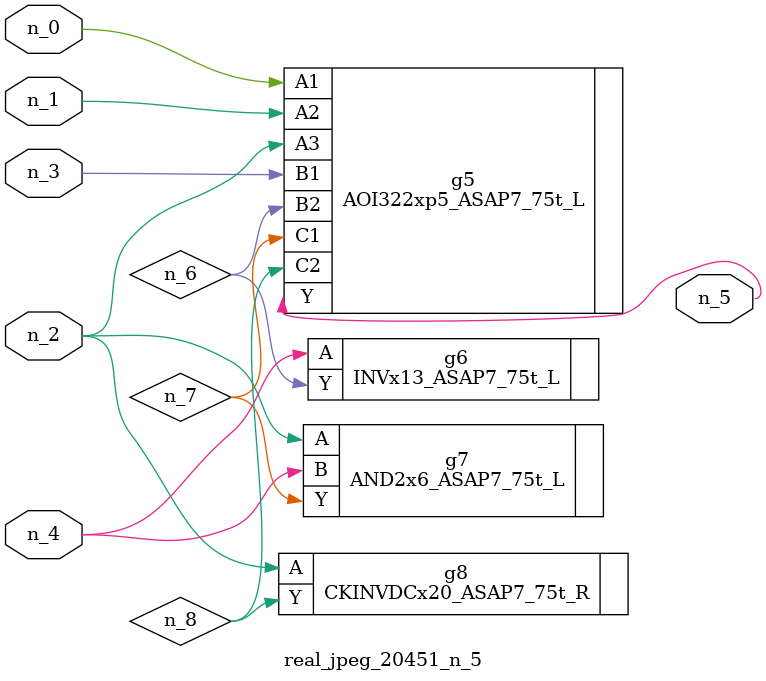
<source format=v>
module real_jpeg_20451_n_5 (n_4, n_0, n_1, n_2, n_3, n_5);

input n_4;
input n_0;
input n_1;
input n_2;
input n_3;

output n_5;

wire n_8;
wire n_6;
wire n_7;

AOI322xp5_ASAP7_75t_L g5 ( 
.A1(n_0),
.A2(n_1),
.A3(n_2),
.B1(n_3),
.B2(n_6),
.C1(n_7),
.C2(n_8),
.Y(n_5)
);

AND2x6_ASAP7_75t_L g7 ( 
.A(n_2),
.B(n_4),
.Y(n_7)
);

CKINVDCx20_ASAP7_75t_R g8 ( 
.A(n_2),
.Y(n_8)
);

INVx13_ASAP7_75t_L g6 ( 
.A(n_4),
.Y(n_6)
);


endmodule
</source>
